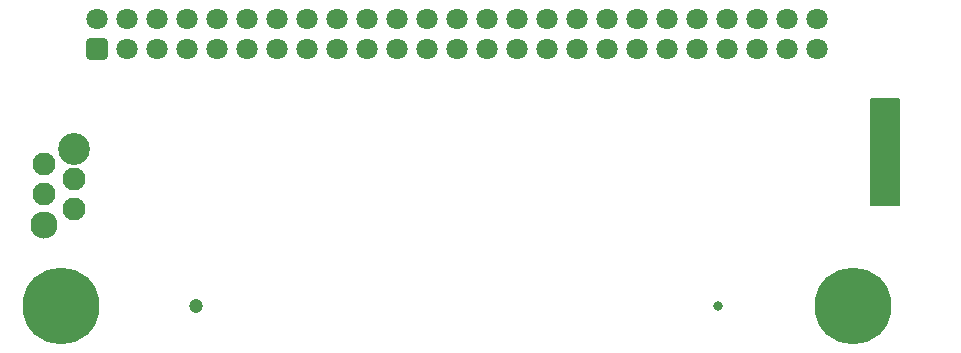
<source format=gbs>
G04 #@! TF.GenerationSoftware,KiCad,Pcbnew,8.0.6*
G04 #@! TF.CreationDate,2024-11-07T02:27:30-08:00*
G04 #@! TF.ProjectId,mse-50-idc,6d73652d-3530-42d6-9964-632e6b696361,1*
G04 #@! TF.SameCoordinates,Original*
G04 #@! TF.FileFunction,Soldermask,Bot*
G04 #@! TF.FilePolarity,Negative*
%FSLAX46Y46*%
G04 Gerber Fmt 4.6, Leading zero omitted, Abs format (unit mm)*
G04 Created by KiCad (PCBNEW 8.0.6) date 2024-11-07 02:27:30*
%MOMM*%
%LPD*%
G01*
G04 APERTURE LIST*
G04 Aperture macros list*
%AMRoundRect*
0 Rectangle with rounded corners*
0 $1 Rounding radius*
0 $2 $3 $4 $5 $6 $7 $8 $9 X,Y pos of 4 corners*
0 Add a 4 corners polygon primitive as box body*
4,1,4,$2,$3,$4,$5,$6,$7,$8,$9,$2,$3,0*
0 Add four circle primitives for the rounded corners*
1,1,$1+$1,$2,$3*
1,1,$1+$1,$4,$5*
1,1,$1+$1,$6,$7*
1,1,$1+$1,$8,$9*
0 Add four rect primitives between the rounded corners*
20,1,$1+$1,$2,$3,$4,$5,0*
20,1,$1+$1,$4,$5,$6,$7,0*
20,1,$1+$1,$6,$7,$8,$9,0*
20,1,$1+$1,$8,$9,$2,$3,0*%
G04 Aperture macros list end*
%ADD10C,0.800000*%
%ADD11C,1.200000*%
%ADD12RoundRect,0.264706X0.635294X-0.635294X0.635294X0.635294X-0.635294X0.635294X-0.635294X-0.635294X0*%
%ADD13C,1.800000*%
%ADD14C,6.500000*%
%ADD15C,2.300000*%
%ADD16C,2.700000*%
%ADD17C,1.950000*%
G04 APERTURE END LIST*
D10*
G04 #@! TO.C,J1*
X-15400000Y4000000D03*
D11*
X-59600000Y4000000D03*
G04 #@! TD*
D12*
G04 #@! TO.C,J2*
X-67980000Y25760000D03*
D13*
X-67980000Y28300000D03*
X-65440000Y25760000D03*
X-65440000Y28300000D03*
X-62900001Y25760000D03*
X-62900000Y28300000D03*
X-60360000Y25760000D03*
X-60360000Y28300000D03*
X-57820000Y25760000D03*
X-57820000Y28300000D03*
X-55280000Y25760000D03*
X-55280000Y28300000D03*
X-52740000Y25760000D03*
X-52740000Y28300000D03*
X-50199999Y25760000D03*
X-50200000Y28300000D03*
X-47660000Y25760000D03*
X-47660000Y28300000D03*
X-45120000Y25760000D03*
X-45120000Y28300000D03*
X-42580000Y25760000D03*
X-42580000Y28300000D03*
X-40040001Y25760000D03*
X-40040000Y28300000D03*
X-37500000Y25760000D03*
X-37500000Y28300000D03*
X-34960000Y25760000D03*
X-34960000Y28300000D03*
X-32420000Y25760000D03*
X-32420000Y28300000D03*
X-29880001Y25760000D03*
X-29880000Y28300000D03*
X-27339999Y25760000D03*
X-27340000Y28300000D03*
X-24800000Y25760000D03*
X-24800000Y28300000D03*
X-22260000Y25760000D03*
X-22260000Y28300000D03*
X-19720000Y25760000D03*
X-19720000Y28300000D03*
X-17180001Y25760000D03*
X-17180000Y28300000D03*
X-14640000Y25760000D03*
X-14640000Y28300000D03*
X-12100000Y25760000D03*
X-12100000Y28300000D03*
X-9560000Y25760000D03*
X-9560000Y28300000D03*
X-7020001Y25760000D03*
X-7020000Y28300000D03*
G04 #@! TD*
D14*
G04 #@! TO.C,H4*
X-4000000Y4000000D03*
G04 #@! TD*
D15*
G04 #@! TO.C,J3*
X-72440000Y10870000D03*
D16*
X-69900000Y17340000D03*
D17*
X-72440000Y16010000D03*
X-69900000Y14740000D03*
X-72440000Y13470000D03*
X-69900000Y12200000D03*
G04 #@! TD*
D14*
G04 #@! TO.C,H3*
X-71000000Y4000000D03*
G04 #@! TD*
G36*
X-56961Y21630315D02*
G01*
X-11206Y21577511D01*
X0Y21526000D01*
X0Y12574000D01*
X-19685Y12506961D01*
X-72489Y12461206D01*
X-124000Y12450000D01*
X-2376000Y12450000D01*
X-2443039Y12469685D01*
X-2488794Y12522489D01*
X-2500000Y12574000D01*
X-2500000Y21526000D01*
X-2480315Y21593039D01*
X-2427511Y21638794D01*
X-2376000Y21650000D01*
X-124000Y21650000D01*
X-56961Y21630315D01*
G37*
M02*

</source>
